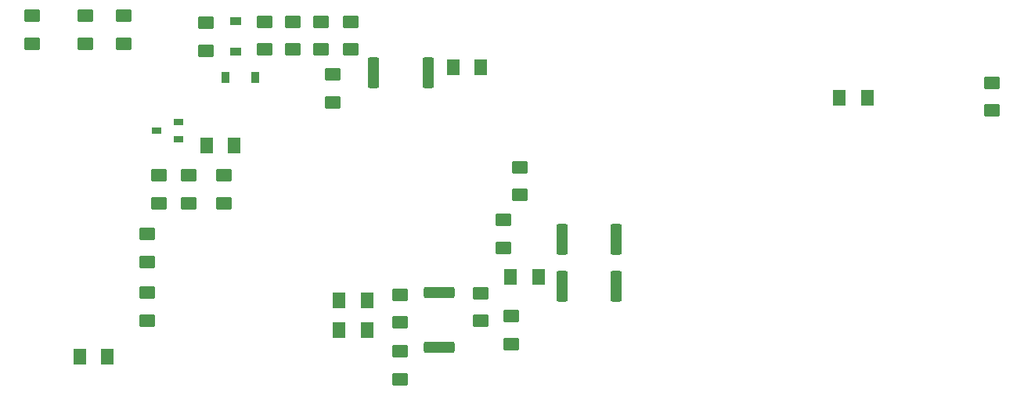
<source format=gbr>
G04 #@! TF.GenerationSoftware,KiCad,Pcbnew,(6.0.0)*
G04 #@! TF.CreationDate,2022-05-31T00:37:06+02:00*
G04 #@! TF.ProjectId,rfamp3,7266616d-7033-42e6-9b69-6361645f7063,rev?*
G04 #@! TF.SameCoordinates,Original*
G04 #@! TF.FileFunction,Paste,Top*
G04 #@! TF.FilePolarity,Positive*
%FSLAX46Y46*%
G04 Gerber Fmt 4.6, Leading zero omitted, Abs format (unit mm)*
G04 Created by KiCad (PCBNEW (6.0.0)) date 2022-05-31 00:37:06*
%MOMM*%
%LPD*%
G01*
G04 APERTURE LIST*
G04 Aperture macros list*
%AMRoundRect*
0 Rectangle with rounded corners*
0 $1 Rounding radius*
0 $2 $3 $4 $5 $6 $7 $8 $9 X,Y pos of 4 corners*
0 Add a 4 corners polygon primitive as box body*
4,1,4,$2,$3,$4,$5,$6,$7,$8,$9,$2,$3,0*
0 Add four circle primitives for the rounded corners*
1,1,$1+$1,$2,$3*
1,1,$1+$1,$4,$5*
1,1,$1+$1,$6,$7*
1,1,$1+$1,$8,$9*
0 Add four rect primitives between the rounded corners*
20,1,$1+$1,$2,$3,$4,$5,0*
20,1,$1+$1,$4,$5,$6,$7,0*
20,1,$1+$1,$6,$7,$8,$9,0*
20,1,$1+$1,$8,$9,$2,$3,0*%
G04 Aperture macros list end*
%ADD10RoundRect,0.250001X0.462499X0.624999X-0.462499X0.624999X-0.462499X-0.624999X0.462499X-0.624999X0*%
%ADD11RoundRect,0.250001X0.624999X-0.462499X0.624999X0.462499X-0.624999X0.462499X-0.624999X-0.462499X0*%
%ADD12RoundRect,0.250001X-0.624999X0.462499X-0.624999X-0.462499X0.624999X-0.462499X0.624999X0.462499X0*%
%ADD13RoundRect,0.250000X-0.362500X-1.425000X0.362500X-1.425000X0.362500X1.425000X-0.362500X1.425000X0*%
%ADD14R,1.200000X0.900000*%
%ADD15R,0.900000X1.200000*%
%ADD16RoundRect,0.250000X1.425000X-0.362500X1.425000X0.362500X-1.425000X0.362500X-1.425000X-0.362500X0*%
%ADD17R,1.000000X0.700000*%
%ADD18RoundRect,0.250000X0.362500X1.425000X-0.362500X1.425000X-0.362500X-1.425000X0.362500X-1.425000X0*%
G04 APERTURE END LIST*
D10*
X123026500Y-52832000D03*
X120051500Y-52832000D03*
D11*
X93345000Y-51017500D03*
X93345000Y-48042500D03*
X74549000Y-50255500D03*
X74549000Y-47280500D03*
X84455000Y-50255500D03*
X84455000Y-47280500D03*
D12*
X80264000Y-47280500D03*
X80264000Y-50255500D03*
D10*
X164809500Y-56134000D03*
X161834500Y-56134000D03*
D12*
X127254000Y-63663500D03*
X127254000Y-66638500D03*
D11*
X126365000Y-82767500D03*
X126365000Y-79792500D03*
X125476000Y-72353500D03*
X125476000Y-69378500D03*
D10*
X129249500Y-75565000D03*
X126274500Y-75565000D03*
D13*
X111388300Y-53467000D03*
X117313300Y-53467000D03*
D12*
X178308000Y-54519500D03*
X178308000Y-57494500D03*
D11*
X108966000Y-50890500D03*
X108966000Y-47915500D03*
X107010200Y-56605500D03*
X107010200Y-53630500D03*
D12*
X95250000Y-64552500D03*
X95250000Y-67527500D03*
D10*
X110707500Y-78105000D03*
X107732500Y-78105000D03*
D11*
X86995000Y-80227500D03*
X86995000Y-77252500D03*
D10*
X82637500Y-84200000D03*
X79662500Y-84200000D03*
D14*
X96520000Y-51180000D03*
X96520000Y-47880000D03*
D15*
X98678000Y-53975000D03*
X95378000Y-53975000D03*
D11*
X99695000Y-50890500D03*
X99695000Y-47915500D03*
X102743000Y-50890500D03*
X102743000Y-47915500D03*
X105791000Y-50890500D03*
X105791000Y-47915500D03*
D10*
X96356500Y-61341000D03*
X93381500Y-61341000D03*
D11*
X91440000Y-67527500D03*
X91440000Y-64552500D03*
X86995000Y-73877500D03*
X86995000Y-70902500D03*
X88265000Y-67527500D03*
X88265000Y-64552500D03*
X123012200Y-80303700D03*
X123012200Y-77328700D03*
D12*
X114300000Y-77470000D03*
X114300000Y-80445000D03*
D16*
X118567200Y-83124900D03*
X118567200Y-77199900D03*
D12*
X114300000Y-83602500D03*
X114300000Y-86577500D03*
D10*
X110707500Y-81280000D03*
X107732500Y-81280000D03*
D17*
X90354000Y-60640000D03*
X90354000Y-58740000D03*
X87954000Y-59690000D03*
D18*
X137709500Y-71501000D03*
X131784500Y-71501000D03*
X137709500Y-76581000D03*
X131784500Y-76581000D03*
M02*

</source>
